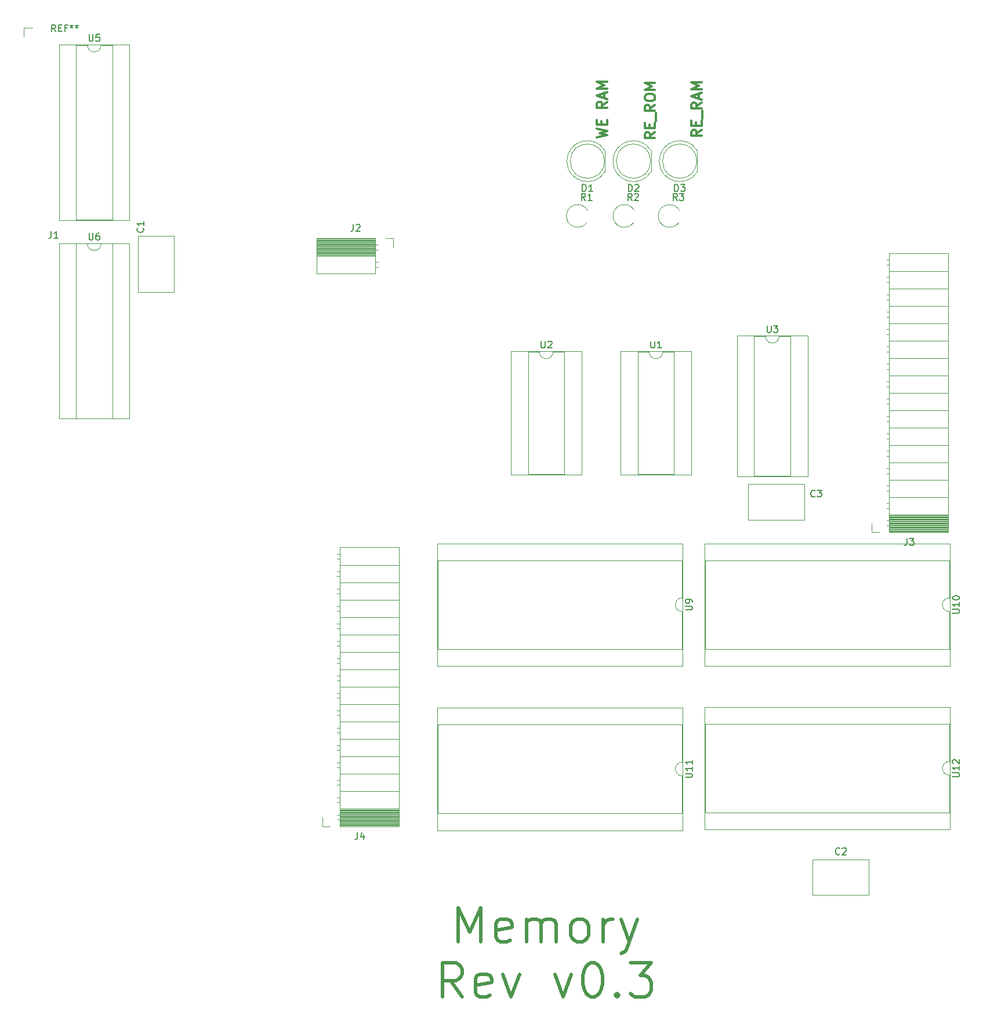
<source format=gbr>
%TF.GenerationSoftware,KiCad,Pcbnew,6.0.1-79c1e3a40b~116~ubuntu21.10.1*%
%TF.CreationDate,2022-02-14T17:54:15+01:00*%
%TF.ProjectId,memory,6d656d6f-7279-42e6-9b69-6361645f7063,v.3*%
%TF.SameCoordinates,Original*%
%TF.FileFunction,Legend,Top*%
%TF.FilePolarity,Positive*%
%FSLAX46Y46*%
G04 Gerber Fmt 4.6, Leading zero omitted, Abs format (unit mm)*
G04 Created by KiCad (PCBNEW 6.0.1-79c1e3a40b~116~ubuntu21.10.1) date 2022-02-14 17:54:15*
%MOMM*%
%LPD*%
G01*
G04 APERTURE LIST*
%ADD10C,0.500000*%
%ADD11C,0.300000*%
%ADD12C,0.150000*%
%ADD13C,0.120000*%
G04 APERTURE END LIST*
D10*
X87142857Y-152236904D02*
X87142857Y-147236904D01*
X88809523Y-150808333D01*
X90476190Y-147236904D01*
X90476190Y-152236904D01*
X94761904Y-151998809D02*
X94285714Y-152236904D01*
X93333333Y-152236904D01*
X92857142Y-151998809D01*
X92619047Y-151522619D01*
X92619047Y-149617857D01*
X92857142Y-149141666D01*
X93333333Y-148903571D01*
X94285714Y-148903571D01*
X94761904Y-149141666D01*
X95000000Y-149617857D01*
X95000000Y-150094047D01*
X92619047Y-150570238D01*
X97142857Y-152236904D02*
X97142857Y-148903571D01*
X97142857Y-149379761D02*
X97380952Y-149141666D01*
X97857142Y-148903571D01*
X98571428Y-148903571D01*
X99047619Y-149141666D01*
X99285714Y-149617857D01*
X99285714Y-152236904D01*
X99285714Y-149617857D02*
X99523809Y-149141666D01*
X100000000Y-148903571D01*
X100714285Y-148903571D01*
X101190476Y-149141666D01*
X101428571Y-149617857D01*
X101428571Y-152236904D01*
X104523809Y-152236904D02*
X104047619Y-151998809D01*
X103809523Y-151760714D01*
X103571428Y-151284523D01*
X103571428Y-149855952D01*
X103809523Y-149379761D01*
X104047619Y-149141666D01*
X104523809Y-148903571D01*
X105238095Y-148903571D01*
X105714285Y-149141666D01*
X105952380Y-149379761D01*
X106190476Y-149855952D01*
X106190476Y-151284523D01*
X105952380Y-151760714D01*
X105714285Y-151998809D01*
X105238095Y-152236904D01*
X104523809Y-152236904D01*
X108333333Y-152236904D02*
X108333333Y-148903571D01*
X108333333Y-149855952D02*
X108571428Y-149379761D01*
X108809523Y-149141666D01*
X109285714Y-148903571D01*
X109761904Y-148903571D01*
X110952380Y-148903571D02*
X112142857Y-152236904D01*
X113333333Y-148903571D02*
X112142857Y-152236904D01*
X111666666Y-153427380D01*
X111428571Y-153665476D01*
X110952380Y-153903571D01*
X87738095Y-160286904D02*
X86071428Y-157905952D01*
X84880952Y-160286904D02*
X84880952Y-155286904D01*
X86785714Y-155286904D01*
X87261904Y-155525000D01*
X87500000Y-155763095D01*
X87738095Y-156239285D01*
X87738095Y-156953571D01*
X87500000Y-157429761D01*
X87261904Y-157667857D01*
X86785714Y-157905952D01*
X84880952Y-157905952D01*
X91785714Y-160048809D02*
X91309523Y-160286904D01*
X90357142Y-160286904D01*
X89880952Y-160048809D01*
X89642857Y-159572619D01*
X89642857Y-157667857D01*
X89880952Y-157191666D01*
X90357142Y-156953571D01*
X91309523Y-156953571D01*
X91785714Y-157191666D01*
X92023809Y-157667857D01*
X92023809Y-158144047D01*
X89642857Y-158620238D01*
X93690476Y-156953571D02*
X94880952Y-160286904D01*
X96071428Y-156953571D01*
X101309523Y-156953571D02*
X102500000Y-160286904D01*
X103690476Y-156953571D01*
X106547619Y-155286904D02*
X107023809Y-155286904D01*
X107500000Y-155525000D01*
X107738095Y-155763095D01*
X107976190Y-156239285D01*
X108214285Y-157191666D01*
X108214285Y-158382142D01*
X107976190Y-159334523D01*
X107738095Y-159810714D01*
X107500000Y-160048809D01*
X107023809Y-160286904D01*
X106547619Y-160286904D01*
X106071428Y-160048809D01*
X105833333Y-159810714D01*
X105595238Y-159334523D01*
X105357142Y-158382142D01*
X105357142Y-157191666D01*
X105595238Y-156239285D01*
X105833333Y-155763095D01*
X106071428Y-155525000D01*
X106547619Y-155286904D01*
X110357142Y-159810714D02*
X110595238Y-160048809D01*
X110357142Y-160286904D01*
X110119047Y-160048809D01*
X110357142Y-159810714D01*
X110357142Y-160286904D01*
X112261904Y-155286904D02*
X115357142Y-155286904D01*
X113690476Y-157191666D01*
X114404761Y-157191666D01*
X114880952Y-157429761D01*
X115119047Y-157667857D01*
X115357142Y-158144047D01*
X115357142Y-159334523D01*
X115119047Y-159810714D01*
X114880952Y-160048809D01*
X114404761Y-160286904D01*
X112976190Y-160286904D01*
X112500000Y-160048809D01*
X112261904Y-159810714D01*
D11*
X115878571Y-33978571D02*
X115164285Y-34478571D01*
X115878571Y-34835714D02*
X114378571Y-34835714D01*
X114378571Y-34264285D01*
X114450000Y-34121428D01*
X114521428Y-34049999D01*
X114664285Y-33978571D01*
X114878571Y-33978571D01*
X115021428Y-34049999D01*
X115092857Y-34121428D01*
X115164285Y-34264285D01*
X115164285Y-34835714D01*
X115092857Y-33335714D02*
X115092857Y-32835714D01*
X115878571Y-32621428D02*
X115878571Y-33335714D01*
X114378571Y-33335714D01*
X114378571Y-32621428D01*
X116021428Y-32335714D02*
X116021428Y-31192857D01*
X115878571Y-29978571D02*
X115164285Y-30478571D01*
X115878571Y-30835714D02*
X114378571Y-30835714D01*
X114378571Y-30264285D01*
X114450000Y-30121428D01*
X114521428Y-30050000D01*
X114664285Y-29978571D01*
X114878571Y-29978571D01*
X115021428Y-30050000D01*
X115092857Y-30121428D01*
X115164285Y-30264285D01*
X115164285Y-30835714D01*
X114378571Y-29050000D02*
X114378571Y-28764285D01*
X114450000Y-28621428D01*
X114592857Y-28478571D01*
X114878571Y-28407142D01*
X115378571Y-28407142D01*
X115664285Y-28478571D01*
X115807142Y-28621428D01*
X115878571Y-28764285D01*
X115878571Y-29050000D01*
X115807142Y-29192857D01*
X115664285Y-29335714D01*
X115378571Y-29407142D01*
X114878571Y-29407142D01*
X114592857Y-29335714D01*
X114450000Y-29192857D01*
X114378571Y-29050000D01*
X115878571Y-27764285D02*
X114378571Y-27764285D01*
X115450000Y-27264285D01*
X114378571Y-26764285D01*
X115878571Y-26764285D01*
X122678571Y-33635714D02*
X121964285Y-34135714D01*
X122678571Y-34492857D02*
X121178571Y-34492857D01*
X121178571Y-33921428D01*
X121250000Y-33778571D01*
X121321428Y-33707142D01*
X121464285Y-33635714D01*
X121678571Y-33635714D01*
X121821428Y-33707142D01*
X121892857Y-33778571D01*
X121964285Y-33921428D01*
X121964285Y-34492857D01*
X121892857Y-32992857D02*
X121892857Y-32492857D01*
X122678571Y-32278571D02*
X122678571Y-32992857D01*
X121178571Y-32992857D01*
X121178571Y-32278571D01*
X122821428Y-31992857D02*
X122821428Y-30850000D01*
X122678571Y-29635714D02*
X121964285Y-30135714D01*
X122678571Y-30492857D02*
X121178571Y-30492857D01*
X121178571Y-29921428D01*
X121250000Y-29778571D01*
X121321428Y-29707142D01*
X121464285Y-29635714D01*
X121678571Y-29635714D01*
X121821428Y-29707142D01*
X121892857Y-29778571D01*
X121964285Y-29921428D01*
X121964285Y-30492857D01*
X122250000Y-29064285D02*
X122250000Y-28350000D01*
X122678571Y-29207142D02*
X121178571Y-28707142D01*
X122678571Y-28207142D01*
X122678571Y-27707142D02*
X121178571Y-27707142D01*
X122250000Y-27207142D01*
X121178571Y-26707142D01*
X122678571Y-26707142D01*
X107378571Y-34742857D02*
X108878571Y-34385714D01*
X107807142Y-34100000D01*
X108878571Y-33814285D01*
X107378571Y-33457142D01*
X108092857Y-32885714D02*
X108092857Y-32385714D01*
X108878571Y-32171428D02*
X108878571Y-32885714D01*
X107378571Y-32885714D01*
X107378571Y-32171428D01*
X108878571Y-29528571D02*
X108164285Y-30028571D01*
X108878571Y-30385714D02*
X107378571Y-30385714D01*
X107378571Y-29814285D01*
X107450000Y-29671428D01*
X107521428Y-29600000D01*
X107664285Y-29528571D01*
X107878571Y-29528571D01*
X108021428Y-29600000D01*
X108092857Y-29671428D01*
X108164285Y-29814285D01*
X108164285Y-30385714D01*
X108450000Y-28957142D02*
X108450000Y-28242857D01*
X108878571Y-29100000D02*
X107378571Y-28600000D01*
X108878571Y-28100000D01*
X108878571Y-27600000D02*
X107378571Y-27600000D01*
X108450000Y-27100000D01*
X107378571Y-26600000D01*
X108878571Y-26600000D01*
D12*
%TO.C,U9*%
X120307380Y-103756904D02*
X121116904Y-103756904D01*
X121212142Y-103709285D01*
X121259761Y-103661666D01*
X121307380Y-103566428D01*
X121307380Y-103375952D01*
X121259761Y-103280714D01*
X121212142Y-103233095D01*
X121116904Y-103185476D01*
X120307380Y-103185476D01*
X121307380Y-102661666D02*
X121307380Y-102471190D01*
X121259761Y-102375952D01*
X121212142Y-102328333D01*
X121069285Y-102233095D01*
X120878809Y-102185476D01*
X120497857Y-102185476D01*
X120402619Y-102233095D01*
X120355000Y-102280714D01*
X120307380Y-102375952D01*
X120307380Y-102566428D01*
X120355000Y-102661666D01*
X120402619Y-102709285D01*
X120497857Y-102756904D01*
X120735952Y-102756904D01*
X120831190Y-102709285D01*
X120878809Y-102661666D01*
X120926428Y-102566428D01*
X120926428Y-102375952D01*
X120878809Y-102280714D01*
X120831190Y-102233095D01*
X120735952Y-102185476D01*
%TO.C,U10*%
X159307380Y-104233095D02*
X160116904Y-104233095D01*
X160212142Y-104185476D01*
X160259761Y-104137857D01*
X160307380Y-104042619D01*
X160307380Y-103852142D01*
X160259761Y-103756904D01*
X160212142Y-103709285D01*
X160116904Y-103661666D01*
X159307380Y-103661666D01*
X160307380Y-102661666D02*
X160307380Y-103233095D01*
X160307380Y-102947380D02*
X159307380Y-102947380D01*
X159450238Y-103042619D01*
X159545476Y-103137857D01*
X159593095Y-103233095D01*
X159307380Y-102042619D02*
X159307380Y-101947380D01*
X159355000Y-101852142D01*
X159402619Y-101804523D01*
X159497857Y-101756904D01*
X159688333Y-101709285D01*
X159926428Y-101709285D01*
X160116904Y-101756904D01*
X160212142Y-101804523D01*
X160259761Y-101852142D01*
X160307380Y-101947380D01*
X160307380Y-102042619D01*
X160259761Y-102137857D01*
X160212142Y-102185476D01*
X160116904Y-102233095D01*
X159926428Y-102280714D01*
X159688333Y-102280714D01*
X159497857Y-102233095D01*
X159402619Y-102185476D01*
X159355000Y-102137857D01*
X159307380Y-102042619D01*
%TO.C,R2*%
X112503333Y-43932380D02*
X112170000Y-43456190D01*
X111931904Y-43932380D02*
X111931904Y-42932380D01*
X112312857Y-42932380D01*
X112408095Y-42980000D01*
X112455714Y-43027619D01*
X112503333Y-43122857D01*
X112503333Y-43265714D01*
X112455714Y-43360952D01*
X112408095Y-43408571D01*
X112312857Y-43456190D01*
X111931904Y-43456190D01*
X112884285Y-43027619D02*
X112931904Y-42980000D01*
X113027142Y-42932380D01*
X113265238Y-42932380D01*
X113360476Y-42980000D01*
X113408095Y-43027619D01*
X113455714Y-43122857D01*
X113455714Y-43218095D01*
X113408095Y-43360952D01*
X112836666Y-43932380D01*
X113455714Y-43932380D01*
%TO.C,U3*%
X132248095Y-62222380D02*
X132248095Y-63031904D01*
X132295714Y-63127142D01*
X132343333Y-63174761D01*
X132438571Y-63222380D01*
X132629047Y-63222380D01*
X132724285Y-63174761D01*
X132771904Y-63127142D01*
X132819523Y-63031904D01*
X132819523Y-62222380D01*
X133200476Y-62222380D02*
X133819523Y-62222380D01*
X133486190Y-62603333D01*
X133629047Y-62603333D01*
X133724285Y-62650952D01*
X133771904Y-62698571D01*
X133819523Y-62793809D01*
X133819523Y-63031904D01*
X133771904Y-63127142D01*
X133724285Y-63174761D01*
X133629047Y-63222380D01*
X133343333Y-63222380D01*
X133248095Y-63174761D01*
X133200476Y-63127142D01*
%TO.C,D1*%
X105266904Y-42612380D02*
X105266904Y-41612380D01*
X105505000Y-41612380D01*
X105647857Y-41660000D01*
X105743095Y-41755238D01*
X105790714Y-41850476D01*
X105838333Y-42040952D01*
X105838333Y-42183809D01*
X105790714Y-42374285D01*
X105743095Y-42469523D01*
X105647857Y-42564761D01*
X105505000Y-42612380D01*
X105266904Y-42612380D01*
X106790714Y-42612380D02*
X106219285Y-42612380D01*
X106505000Y-42612380D02*
X106505000Y-41612380D01*
X106409761Y-41755238D01*
X106314523Y-41850476D01*
X106219285Y-41898095D01*
%TO.C,R1*%
X105703333Y-43932380D02*
X105370000Y-43456190D01*
X105131904Y-43932380D02*
X105131904Y-42932380D01*
X105512857Y-42932380D01*
X105608095Y-42980000D01*
X105655714Y-43027619D01*
X105703333Y-43122857D01*
X105703333Y-43265714D01*
X105655714Y-43360952D01*
X105608095Y-43408571D01*
X105512857Y-43456190D01*
X105131904Y-43456190D01*
X106655714Y-43932380D02*
X106084285Y-43932380D01*
X106370000Y-43932380D02*
X106370000Y-42932380D01*
X106274761Y-43075238D01*
X106179523Y-43170476D01*
X106084285Y-43218095D01*
%TO.C,D3*%
X118741904Y-42612380D02*
X118741904Y-41612380D01*
X118980000Y-41612380D01*
X119122857Y-41660000D01*
X119218095Y-41755238D01*
X119265714Y-41850476D01*
X119313333Y-42040952D01*
X119313333Y-42183809D01*
X119265714Y-42374285D01*
X119218095Y-42469523D01*
X119122857Y-42564761D01*
X118980000Y-42612380D01*
X118741904Y-42612380D01*
X119646666Y-41612380D02*
X120265714Y-41612380D01*
X119932380Y-41993333D01*
X120075238Y-41993333D01*
X120170476Y-42040952D01*
X120218095Y-42088571D01*
X120265714Y-42183809D01*
X120265714Y-42421904D01*
X120218095Y-42517142D01*
X120170476Y-42564761D01*
X120075238Y-42612380D01*
X119789523Y-42612380D01*
X119694285Y-42564761D01*
X119646666Y-42517142D01*
%TO.C,J4*%
X72446666Y-136272380D02*
X72446666Y-136986666D01*
X72399047Y-137129523D01*
X72303809Y-137224761D01*
X72160952Y-137272380D01*
X72065714Y-137272380D01*
X73351428Y-136605714D02*
X73351428Y-137272380D01*
X73113333Y-136224761D02*
X72875238Y-136939047D01*
X73494285Y-136939047D01*
%TO.C,R3*%
X119103333Y-43932380D02*
X118770000Y-43456190D01*
X118531904Y-43932380D02*
X118531904Y-42932380D01*
X118912857Y-42932380D01*
X119008095Y-42980000D01*
X119055714Y-43027619D01*
X119103333Y-43122857D01*
X119103333Y-43265714D01*
X119055714Y-43360952D01*
X119008095Y-43408571D01*
X118912857Y-43456190D01*
X118531904Y-43456190D01*
X119436666Y-42932380D02*
X120055714Y-42932380D01*
X119722380Y-43313333D01*
X119865238Y-43313333D01*
X119960476Y-43360952D01*
X120008095Y-43408571D01*
X120055714Y-43503809D01*
X120055714Y-43741904D01*
X120008095Y-43837142D01*
X119960476Y-43884761D01*
X119865238Y-43932380D01*
X119579523Y-43932380D01*
X119484285Y-43884761D01*
X119436666Y-43837142D01*
%TO.C,D2*%
X111991904Y-42612380D02*
X111991904Y-41612380D01*
X112230000Y-41612380D01*
X112372857Y-41660000D01*
X112468095Y-41755238D01*
X112515714Y-41850476D01*
X112563333Y-42040952D01*
X112563333Y-42183809D01*
X112515714Y-42374285D01*
X112468095Y-42469523D01*
X112372857Y-42564761D01*
X112230000Y-42612380D01*
X111991904Y-42612380D01*
X112944285Y-41707619D02*
X112991904Y-41660000D01*
X113087142Y-41612380D01*
X113325238Y-41612380D01*
X113420476Y-41660000D01*
X113468095Y-41707619D01*
X113515714Y-41802857D01*
X113515714Y-41898095D01*
X113468095Y-42040952D01*
X112896666Y-42612380D01*
X113515714Y-42612380D01*
%TO.C,C1*%
X41157142Y-47966666D02*
X41204761Y-48014285D01*
X41252380Y-48157142D01*
X41252380Y-48252380D01*
X41204761Y-48395238D01*
X41109523Y-48490476D01*
X41014285Y-48538095D01*
X40823809Y-48585714D01*
X40680952Y-48585714D01*
X40490476Y-48538095D01*
X40395238Y-48490476D01*
X40300000Y-48395238D01*
X40252380Y-48252380D01*
X40252380Y-48157142D01*
X40300000Y-48014285D01*
X40347619Y-47966666D01*
X41252380Y-47014285D02*
X41252380Y-47585714D01*
X41252380Y-47300000D02*
X40252380Y-47300000D01*
X40395238Y-47395238D01*
X40490476Y-47490476D01*
X40538095Y-47585714D01*
%TO.C,J3*%
X152666666Y-93312380D02*
X152666666Y-94026666D01*
X152619047Y-94169523D01*
X152523809Y-94264761D01*
X152380952Y-94312380D01*
X152285714Y-94312380D01*
X153047619Y-93312380D02*
X153666666Y-93312380D01*
X153333333Y-93693333D01*
X153476190Y-93693333D01*
X153571428Y-93740952D01*
X153619047Y-93788571D01*
X153666666Y-93883809D01*
X153666666Y-94121904D01*
X153619047Y-94217142D01*
X153571428Y-94264761D01*
X153476190Y-94312380D01*
X153190476Y-94312380D01*
X153095238Y-94264761D01*
X153047619Y-94217142D01*
%TO.C,U2*%
X99248095Y-64497380D02*
X99248095Y-65306904D01*
X99295714Y-65402142D01*
X99343333Y-65449761D01*
X99438571Y-65497380D01*
X99629047Y-65497380D01*
X99724285Y-65449761D01*
X99771904Y-65402142D01*
X99819523Y-65306904D01*
X99819523Y-64497380D01*
X100248095Y-64592619D02*
X100295714Y-64545000D01*
X100390952Y-64497380D01*
X100629047Y-64497380D01*
X100724285Y-64545000D01*
X100771904Y-64592619D01*
X100819523Y-64687857D01*
X100819523Y-64783095D01*
X100771904Y-64925952D01*
X100200476Y-65497380D01*
X100819523Y-65497380D01*
%TO.C,U12*%
X159307380Y-128133095D02*
X160116904Y-128133095D01*
X160212142Y-128085476D01*
X160259761Y-128037857D01*
X160307380Y-127942619D01*
X160307380Y-127752142D01*
X160259761Y-127656904D01*
X160212142Y-127609285D01*
X160116904Y-127561666D01*
X159307380Y-127561666D01*
X160307380Y-126561666D02*
X160307380Y-127133095D01*
X160307380Y-126847380D02*
X159307380Y-126847380D01*
X159450238Y-126942619D01*
X159545476Y-127037857D01*
X159593095Y-127133095D01*
X159402619Y-126180714D02*
X159355000Y-126133095D01*
X159307380Y-126037857D01*
X159307380Y-125799761D01*
X159355000Y-125704523D01*
X159402619Y-125656904D01*
X159497857Y-125609285D01*
X159593095Y-125609285D01*
X159735952Y-125656904D01*
X160307380Y-126228333D01*
X160307380Y-125609285D01*
%TO.C,J2*%
X71816666Y-47452380D02*
X71816666Y-48166666D01*
X71769047Y-48309523D01*
X71673809Y-48404761D01*
X71530952Y-48452380D01*
X71435714Y-48452380D01*
X72245238Y-47547619D02*
X72292857Y-47500000D01*
X72388095Y-47452380D01*
X72626190Y-47452380D01*
X72721428Y-47500000D01*
X72769047Y-47547619D01*
X72816666Y-47642857D01*
X72816666Y-47738095D01*
X72769047Y-47880952D01*
X72197619Y-48452380D01*
X72816666Y-48452380D01*
%TO.C,C2*%
X142833333Y-139407142D02*
X142785714Y-139454761D01*
X142642857Y-139502380D01*
X142547619Y-139502380D01*
X142404761Y-139454761D01*
X142309523Y-139359523D01*
X142261904Y-139264285D01*
X142214285Y-139073809D01*
X142214285Y-138930952D01*
X142261904Y-138740476D01*
X142309523Y-138645238D01*
X142404761Y-138550000D01*
X142547619Y-138502380D01*
X142642857Y-138502380D01*
X142785714Y-138550000D01*
X142833333Y-138597619D01*
X143214285Y-138597619D02*
X143261904Y-138550000D01*
X143357142Y-138502380D01*
X143595238Y-138502380D01*
X143690476Y-138550000D01*
X143738095Y-138597619D01*
X143785714Y-138692857D01*
X143785714Y-138788095D01*
X143738095Y-138930952D01*
X143166666Y-139502380D01*
X143785714Y-139502380D01*
%TO.C,C3*%
X139233333Y-87157142D02*
X139185714Y-87204761D01*
X139042857Y-87252380D01*
X138947619Y-87252380D01*
X138804761Y-87204761D01*
X138709523Y-87109523D01*
X138661904Y-87014285D01*
X138614285Y-86823809D01*
X138614285Y-86680952D01*
X138661904Y-86490476D01*
X138709523Y-86395238D01*
X138804761Y-86300000D01*
X138947619Y-86252380D01*
X139042857Y-86252380D01*
X139185714Y-86300000D01*
X139233333Y-86347619D01*
X139566666Y-86252380D02*
X140185714Y-86252380D01*
X139852380Y-86633333D01*
X139995238Y-86633333D01*
X140090476Y-86680952D01*
X140138095Y-86728571D01*
X140185714Y-86823809D01*
X140185714Y-87061904D01*
X140138095Y-87157142D01*
X140090476Y-87204761D01*
X139995238Y-87252380D01*
X139709523Y-87252380D01*
X139614285Y-87204761D01*
X139566666Y-87157142D01*
%TO.C,J1*%
X27726666Y-48442380D02*
X27726666Y-49156666D01*
X27679047Y-49299523D01*
X27583809Y-49394761D01*
X27440952Y-49442380D01*
X27345714Y-49442380D01*
X28726666Y-49442380D02*
X28155238Y-49442380D01*
X28440952Y-49442380D02*
X28440952Y-48442380D01*
X28345714Y-48585238D01*
X28250476Y-48680476D01*
X28155238Y-48728095D01*
X28366666Y-19262380D02*
X28033333Y-18786190D01*
X27795238Y-19262380D02*
X27795238Y-18262380D01*
X28176190Y-18262380D01*
X28271428Y-18310000D01*
X28319047Y-18357619D01*
X28366666Y-18452857D01*
X28366666Y-18595714D01*
X28319047Y-18690952D01*
X28271428Y-18738571D01*
X28176190Y-18786190D01*
X27795238Y-18786190D01*
X28795238Y-18738571D02*
X29128571Y-18738571D01*
X29271428Y-19262380D02*
X28795238Y-19262380D01*
X28795238Y-18262380D01*
X29271428Y-18262380D01*
X30033333Y-18738571D02*
X29700000Y-18738571D01*
X29700000Y-19262380D02*
X29700000Y-18262380D01*
X30176190Y-18262380D01*
X30700000Y-18262380D02*
X30700000Y-18500476D01*
X30461904Y-18405238D02*
X30700000Y-18500476D01*
X30938095Y-18405238D01*
X30557142Y-18690952D02*
X30700000Y-18500476D01*
X30842857Y-18690952D01*
X31461904Y-18262380D02*
X31461904Y-18500476D01*
X31223809Y-18405238D02*
X31461904Y-18500476D01*
X31700000Y-18405238D01*
X31319047Y-18690952D02*
X31461904Y-18500476D01*
X31604761Y-18690952D01*
%TO.C,U1*%
X115248095Y-64497380D02*
X115248095Y-65306904D01*
X115295714Y-65402142D01*
X115343333Y-65449761D01*
X115438571Y-65497380D01*
X115629047Y-65497380D01*
X115724285Y-65449761D01*
X115771904Y-65402142D01*
X115819523Y-65306904D01*
X115819523Y-64497380D01*
X116819523Y-65497380D02*
X116248095Y-65497380D01*
X116533809Y-65497380D02*
X116533809Y-64497380D01*
X116438571Y-64640238D01*
X116343333Y-64735476D01*
X116248095Y-64783095D01*
%TO.C,U11*%
X120307380Y-128233095D02*
X121116904Y-128233095D01*
X121212142Y-128185476D01*
X121259761Y-128137857D01*
X121307380Y-128042619D01*
X121307380Y-127852142D01*
X121259761Y-127756904D01*
X121212142Y-127709285D01*
X121116904Y-127661666D01*
X120307380Y-127661666D01*
X121307380Y-126661666D02*
X121307380Y-127233095D01*
X121307380Y-126947380D02*
X120307380Y-126947380D01*
X120450238Y-127042619D01*
X120545476Y-127137857D01*
X120593095Y-127233095D01*
X121307380Y-125709285D02*
X121307380Y-126280714D01*
X121307380Y-125995000D02*
X120307380Y-125995000D01*
X120450238Y-126090238D01*
X120545476Y-126185476D01*
X120593095Y-126280714D01*
%TO.C,U5*%
X33248095Y-19682380D02*
X33248095Y-20491904D01*
X33295714Y-20587142D01*
X33343333Y-20634761D01*
X33438571Y-20682380D01*
X33629047Y-20682380D01*
X33724285Y-20634761D01*
X33771904Y-20587142D01*
X33819523Y-20491904D01*
X33819523Y-19682380D01*
X34771904Y-19682380D02*
X34295714Y-19682380D01*
X34248095Y-20158571D01*
X34295714Y-20110952D01*
X34390952Y-20063333D01*
X34629047Y-20063333D01*
X34724285Y-20110952D01*
X34771904Y-20158571D01*
X34819523Y-20253809D01*
X34819523Y-20491904D01*
X34771904Y-20587142D01*
X34724285Y-20634761D01*
X34629047Y-20682380D01*
X34390952Y-20682380D01*
X34295714Y-20634761D01*
X34248095Y-20587142D01*
%TO.C,U6*%
X33248095Y-48697380D02*
X33248095Y-49506904D01*
X33295714Y-49602142D01*
X33343333Y-49649761D01*
X33438571Y-49697380D01*
X33629047Y-49697380D01*
X33724285Y-49649761D01*
X33771904Y-49602142D01*
X33819523Y-49506904D01*
X33819523Y-48697380D01*
X34724285Y-48697380D02*
X34533809Y-48697380D01*
X34438571Y-48745000D01*
X34390952Y-48792619D01*
X34295714Y-48935476D01*
X34248095Y-49125952D01*
X34248095Y-49506904D01*
X34295714Y-49602142D01*
X34343333Y-49649761D01*
X34438571Y-49697380D01*
X34629047Y-49697380D01*
X34724285Y-49649761D01*
X34771904Y-49602142D01*
X34819523Y-49506904D01*
X34819523Y-49268809D01*
X34771904Y-49173571D01*
X34724285Y-49125952D01*
X34629047Y-49078333D01*
X34438571Y-49078333D01*
X34343333Y-49125952D01*
X34295714Y-49173571D01*
X34248095Y-49268809D01*
D13*
%TO.C,U9*%
X119915000Y-94045000D02*
X84115000Y-94045000D01*
X119855000Y-96535000D02*
X84175000Y-96535000D01*
X119855000Y-101995000D02*
X119855000Y-96535000D01*
X84115000Y-111945000D02*
X119915000Y-111945000D01*
X84175000Y-109455000D02*
X119855000Y-109455000D01*
X119855000Y-109455000D02*
X119855000Y-103995000D01*
X119915000Y-111945000D02*
X119915000Y-94045000D01*
X84175000Y-96535000D02*
X84175000Y-109455000D01*
X84115000Y-94045000D02*
X84115000Y-111945000D01*
X119855000Y-101995000D02*
G75*
G03*
X119855000Y-103995000I0J-1000000D01*
G01*
%TO.C,U10*%
X158855000Y-96535000D02*
X123175000Y-96535000D01*
X158855000Y-109455000D02*
X158855000Y-103995000D01*
X158915000Y-94045000D02*
X123115000Y-94045000D01*
X158915000Y-111945000D02*
X158915000Y-94045000D01*
X123115000Y-94045000D02*
X123115000Y-111945000D01*
X123175000Y-109455000D02*
X158855000Y-109455000D01*
X158855000Y-101995000D02*
X158855000Y-96535000D01*
X123175000Y-96535000D02*
X123175000Y-109455000D01*
X123115000Y-111945000D02*
X158915000Y-111945000D01*
X158855000Y-101995000D02*
G75*
G03*
X158855000Y-103995000I0J-1000000D01*
G01*
%TO.C,R2*%
X112853272Y-45400000D02*
G75*
G03*
X112744775Y-47171380I-1453272J-800000D01*
G01*
%TO.C,U3*%
X130360000Y-84210000D02*
X135660000Y-84210000D01*
X138150000Y-63710000D02*
X127870000Y-63710000D01*
X135660000Y-63770000D02*
X134010000Y-63770000D01*
X132010000Y-63770000D02*
X130360000Y-63770000D01*
X135660000Y-84210000D02*
X135660000Y-63770000D01*
X138150000Y-84270000D02*
X138150000Y-63710000D01*
X130360000Y-63770000D02*
X130360000Y-84210000D01*
X127870000Y-84270000D02*
X138150000Y-84270000D01*
X127870000Y-63710000D02*
X127870000Y-84270000D01*
X132010000Y-63770000D02*
G75*
G03*
X134010000Y-63770000I1000000J0D01*
G01*
%TO.C,D1*%
X108565000Y-39745000D02*
X108565000Y-36655000D01*
X108565000Y-36655170D02*
G75*
G03*
X103015000Y-38200462I-2560000J-1544830D01*
G01*
X103015000Y-38199538D02*
G75*
G03*
X108565000Y-39744830I2990000J-462D01*
G01*
X108505000Y-38200000D02*
G75*
G03*
X108505000Y-38200000I-2500000J0D01*
G01*
%TO.C,R1*%
X106053272Y-45400000D02*
G75*
G03*
X105944775Y-47171380I-1453272J-800000D01*
G01*
%TO.C,D3*%
X122040000Y-39745000D02*
X122040000Y-36655000D01*
X122040000Y-36655170D02*
G75*
G03*
X116490000Y-38200462I-2560000J-1544830D01*
G01*
X116490000Y-38199538D02*
G75*
G03*
X122040000Y-39744830I2990000J-462D01*
G01*
X121980000Y-38200000D02*
G75*
G03*
X121980000Y-38200000I-2500000J0D01*
G01*
%TO.C,J4*%
X78490000Y-127700000D02*
X69860000Y-127700000D01*
X78490000Y-133606670D02*
X69860000Y-133606670D01*
X78490000Y-134905715D02*
X69860000Y-134905715D01*
X78490000Y-135141905D02*
X69860000Y-135141905D01*
X69860000Y-106470000D02*
X69450000Y-106470000D01*
X78490000Y-132898100D02*
X69860000Y-132898100D01*
X78490000Y-135023810D02*
X69860000Y-135023810D01*
X69860000Y-115910000D02*
X69450000Y-115910000D01*
X78490000Y-134669525D02*
X69860000Y-134669525D01*
X69860000Y-131870000D02*
X69450000Y-131870000D01*
X69860000Y-134410000D02*
X69510000Y-134410000D01*
X69860000Y-108290000D02*
X69450000Y-108290000D01*
X69860000Y-128610000D02*
X69450000Y-128610000D01*
X78490000Y-109920000D02*
X69860000Y-109920000D01*
X69860000Y-126790000D02*
X69450000Y-126790000D01*
X69860000Y-113370000D02*
X69450000Y-113370000D01*
X78490000Y-133016195D02*
X69860000Y-133016195D01*
X69860000Y-131150000D02*
X69450000Y-131150000D01*
X78490000Y-94620000D02*
X69860000Y-94620000D01*
X69860000Y-135380000D02*
X69860000Y-94620000D01*
X78490000Y-99760000D02*
X69860000Y-99760000D01*
X69860000Y-100670000D02*
X69450000Y-100670000D01*
X69860000Y-118450000D02*
X69450000Y-118450000D01*
X69860000Y-121710000D02*
X69450000Y-121710000D01*
X78490000Y-104840000D02*
X69860000Y-104840000D01*
X69860000Y-119170000D02*
X69450000Y-119170000D01*
X69860000Y-116630000D02*
X69450000Y-116630000D01*
X69860000Y-103210000D02*
X69450000Y-103210000D01*
X69860000Y-110830000D02*
X69450000Y-110830000D01*
X69860000Y-98130000D02*
X69450000Y-98130000D01*
X69860000Y-98850000D02*
X69450000Y-98850000D01*
X67290000Y-135380000D02*
X67290000Y-134050000D01*
X78490000Y-132780000D02*
X69860000Y-132780000D01*
X69860000Y-133690000D02*
X69510000Y-133690000D01*
X69860000Y-129330000D02*
X69450000Y-129330000D01*
X69860000Y-111550000D02*
X69450000Y-111550000D01*
X69860000Y-126070000D02*
X69450000Y-126070000D01*
X78490000Y-134079050D02*
X69860000Y-134079050D01*
X68400000Y-135380000D02*
X67290000Y-135380000D01*
X69860000Y-105750000D02*
X69450000Y-105750000D01*
X78490000Y-135380000D02*
X69860000Y-135380000D01*
X78490000Y-117540000D02*
X69860000Y-117540000D01*
X69860000Y-103930000D02*
X69450000Y-103930000D01*
X78490000Y-133842860D02*
X69860000Y-133842860D01*
X69860000Y-109010000D02*
X69450000Y-109010000D01*
X78490000Y-130240000D02*
X69860000Y-130240000D01*
X78490000Y-125160000D02*
X69860000Y-125160000D01*
X78490000Y-134197145D02*
X69860000Y-134197145D01*
X78490000Y-102300000D02*
X69860000Y-102300000D01*
X78490000Y-135260000D02*
X69860000Y-135260000D01*
X78490000Y-133252385D02*
X69860000Y-133252385D01*
X69860000Y-101390000D02*
X69450000Y-101390000D01*
X78490000Y-120080000D02*
X69860000Y-120080000D01*
X78490000Y-135380000D02*
X78490000Y-94620000D01*
X78490000Y-134315240D02*
X69860000Y-134315240D01*
X69860000Y-123530000D02*
X69450000Y-123530000D01*
X78490000Y-134433335D02*
X69860000Y-134433335D01*
X69860000Y-124250000D02*
X69450000Y-124250000D01*
X69860000Y-120990000D02*
X69450000Y-120990000D01*
X78490000Y-115000000D02*
X69860000Y-115000000D01*
X78490000Y-133724765D02*
X69860000Y-133724765D01*
X78490000Y-122620000D02*
X69860000Y-122620000D01*
X69860000Y-114090000D02*
X69450000Y-114090000D01*
X78490000Y-133960955D02*
X69860000Y-133960955D01*
X78490000Y-134787620D02*
X69860000Y-134787620D01*
X78490000Y-97220000D02*
X69860000Y-97220000D01*
X78490000Y-133370480D02*
X69860000Y-133370480D01*
X69860000Y-96310000D02*
X69450000Y-96310000D01*
X78490000Y-133134290D02*
X69860000Y-133134290D01*
X78490000Y-133488575D02*
X69860000Y-133488575D01*
X78490000Y-134551430D02*
X69860000Y-134551430D01*
X78490000Y-107380000D02*
X69860000Y-107380000D01*
X69860000Y-95590000D02*
X69450000Y-95590000D01*
X78490000Y-112460000D02*
X69860000Y-112460000D01*
%TO.C,R3*%
X119453272Y-45400000D02*
G75*
G03*
X119344775Y-47171380I-1453272J-800000D01*
G01*
%TO.C,D2*%
X115290000Y-39745000D02*
X115290000Y-36655000D01*
X109740000Y-38199538D02*
G75*
G03*
X115290000Y-39744830I2990000J-462D01*
G01*
X115290000Y-36655170D02*
G75*
G03*
X109740000Y-38200462I-2560000J-1544830D01*
G01*
X115230000Y-38200000D02*
G75*
G03*
X115230000Y-38200000I-2500000J0D01*
G01*
%TO.C,C1*%
X40380000Y-57320000D02*
X45620000Y-57320000D01*
X40380000Y-57320000D02*
X40380000Y-49080000D01*
X45620000Y-57320000D02*
X45620000Y-49080000D01*
X40380000Y-49080000D02*
X45620000Y-49080000D01*
%TO.C,J3*%
X150080000Y-57710000D02*
X149670000Y-57710000D01*
X150080000Y-66050000D02*
X149670000Y-66050000D01*
X150080000Y-68590000D02*
X149670000Y-68590000D01*
X150080000Y-78030000D02*
X149670000Y-78030000D01*
X158710000Y-61880000D02*
X150080000Y-61880000D01*
X150080000Y-55170000D02*
X149670000Y-55170000D01*
X150080000Y-78750000D02*
X149670000Y-78750000D01*
X150080000Y-65330000D02*
X149670000Y-65330000D01*
X150080000Y-85650000D02*
X149670000Y-85650000D01*
X150080000Y-76210000D02*
X149670000Y-76210000D01*
X150080000Y-88190000D02*
X149670000Y-88190000D01*
X150080000Y-88910000D02*
X149670000Y-88910000D01*
X158710000Y-89938100D02*
X150080000Y-89938100D01*
X150080000Y-70410000D02*
X149670000Y-70410000D01*
X150080000Y-72950000D02*
X149670000Y-72950000D01*
X158710000Y-91000955D02*
X150080000Y-91000955D01*
X158710000Y-56800000D02*
X150080000Y-56800000D01*
X158710000Y-91355240D02*
X150080000Y-91355240D01*
X150080000Y-91450000D02*
X149730000Y-91450000D01*
X150080000Y-52630000D02*
X149670000Y-52630000D01*
X158710000Y-91945715D02*
X150080000Y-91945715D01*
X158710000Y-90292385D02*
X150080000Y-90292385D01*
X150080000Y-71130000D02*
X149670000Y-71130000D01*
X158710000Y-91591430D02*
X150080000Y-91591430D01*
X150080000Y-86370000D02*
X149670000Y-86370000D01*
X158710000Y-72040000D02*
X150080000Y-72040000D01*
X158710000Y-74580000D02*
X150080000Y-74580000D01*
X158710000Y-91709525D02*
X150080000Y-91709525D01*
X158710000Y-90056195D02*
X150080000Y-90056195D01*
X158710000Y-91473335D02*
X150080000Y-91473335D01*
X150080000Y-83110000D02*
X149670000Y-83110000D01*
X158710000Y-54260000D02*
X150080000Y-54260000D01*
X158710000Y-92181905D02*
X150080000Y-92181905D01*
X158710000Y-92300000D02*
X150080000Y-92300000D01*
X158710000Y-90646670D02*
X150080000Y-90646670D01*
X158710000Y-92420000D02*
X150080000Y-92420000D01*
X158710000Y-59340000D02*
X150080000Y-59340000D01*
X158710000Y-84740000D02*
X150080000Y-84740000D01*
X158710000Y-82200000D02*
X150080000Y-82200000D01*
X150080000Y-55890000D02*
X149670000Y-55890000D01*
X150080000Y-80570000D02*
X149670000Y-80570000D01*
X150080000Y-73670000D02*
X149670000Y-73670000D01*
X158710000Y-89820000D02*
X150080000Y-89820000D01*
X150080000Y-60250000D02*
X149670000Y-60250000D01*
X158710000Y-87280000D02*
X150080000Y-87280000D01*
X150080000Y-53350000D02*
X149670000Y-53350000D01*
X147510000Y-92420000D02*
X147510000Y-91090000D01*
X158710000Y-92420000D02*
X158710000Y-51660000D01*
X150080000Y-62790000D02*
X149670000Y-62790000D01*
X150080000Y-63510000D02*
X149670000Y-63510000D01*
X158710000Y-90410480D02*
X150080000Y-90410480D01*
X158710000Y-90174290D02*
X150080000Y-90174290D01*
X150080000Y-75490000D02*
X149670000Y-75490000D01*
X150080000Y-92420000D02*
X150080000Y-51660000D01*
X150080000Y-58430000D02*
X149670000Y-58430000D01*
X148620000Y-92420000D02*
X147510000Y-92420000D01*
X150080000Y-81290000D02*
X149670000Y-81290000D01*
X150080000Y-90730000D02*
X149730000Y-90730000D01*
X158710000Y-92063810D02*
X150080000Y-92063810D01*
X158710000Y-69500000D02*
X150080000Y-69500000D01*
X158710000Y-79660000D02*
X150080000Y-79660000D01*
X158710000Y-91237145D02*
X150080000Y-91237145D01*
X158710000Y-90528575D02*
X150080000Y-90528575D01*
X158710000Y-91827620D02*
X150080000Y-91827620D01*
X150080000Y-60970000D02*
X149670000Y-60970000D01*
X158710000Y-90882860D02*
X150080000Y-90882860D01*
X150080000Y-67870000D02*
X149670000Y-67870000D01*
X158710000Y-77120000D02*
X150080000Y-77120000D01*
X158710000Y-51660000D02*
X150080000Y-51660000D01*
X158710000Y-90764765D02*
X150080000Y-90764765D01*
X150080000Y-83830000D02*
X149670000Y-83830000D01*
X158710000Y-64420000D02*
X150080000Y-64420000D01*
X158710000Y-91119050D02*
X150080000Y-91119050D01*
X158710000Y-66960000D02*
X150080000Y-66960000D01*
%TO.C,U2*%
X94870000Y-84005000D02*
X105150000Y-84005000D01*
X102660000Y-83945000D02*
X102660000Y-66045000D01*
X99010000Y-66045000D02*
X97360000Y-66045000D01*
X97360000Y-83945000D02*
X102660000Y-83945000D01*
X105150000Y-65985000D02*
X94870000Y-65985000D01*
X102660000Y-66045000D02*
X101010000Y-66045000D01*
X94870000Y-65985000D02*
X94870000Y-84005000D01*
X97360000Y-66045000D02*
X97360000Y-83945000D01*
X105150000Y-84005000D02*
X105150000Y-65985000D01*
X99010000Y-66045000D02*
G75*
G03*
X101010000Y-66045000I1000000J0D01*
G01*
%TO.C,U12*%
X158855000Y-133355000D02*
X158855000Y-127895000D01*
X123175000Y-133355000D02*
X158855000Y-133355000D01*
X123115000Y-117945000D02*
X123115000Y-135845000D01*
X158915000Y-135845000D02*
X158915000Y-117945000D01*
X158855000Y-120435000D02*
X123175000Y-120435000D01*
X123115000Y-135845000D02*
X158915000Y-135845000D01*
X158855000Y-125895000D02*
X158855000Y-120435000D01*
X123175000Y-120435000D02*
X123175000Y-133355000D01*
X158915000Y-117945000D02*
X123115000Y-117945000D01*
X158855000Y-125895000D02*
G75*
G03*
X158855000Y-127895000I0J-1000000D01*
G01*
%TO.C,J2*%
X66440000Y-49440000D02*
X66440000Y-54640000D01*
X66440000Y-51095235D02*
X75070000Y-51095235D01*
X66440000Y-51685710D02*
X75070000Y-51685710D01*
X75070000Y-51130000D02*
X75420000Y-51130000D01*
X66440000Y-51449520D02*
X75070000Y-51449520D01*
X66440000Y-50977140D02*
X75070000Y-50977140D01*
X66440000Y-49440000D02*
X75070000Y-49440000D01*
X66440000Y-49796190D02*
X75070000Y-49796190D01*
X77640000Y-49440000D02*
X77640000Y-50770000D01*
X75070000Y-52950000D02*
X75480000Y-52950000D01*
X66440000Y-50740950D02*
X75070000Y-50740950D01*
X66440000Y-50032380D02*
X75070000Y-50032380D01*
X66440000Y-50268570D02*
X75070000Y-50268570D01*
X66440000Y-51803805D02*
X75070000Y-51803805D01*
X66440000Y-51921900D02*
X75070000Y-51921900D01*
X76530000Y-49440000D02*
X77640000Y-49440000D01*
X66440000Y-51567615D02*
X75070000Y-51567615D01*
X66440000Y-52040000D02*
X75070000Y-52040000D01*
X66440000Y-50622855D02*
X75070000Y-50622855D01*
X66440000Y-51331425D02*
X75070000Y-51331425D01*
X66440000Y-49678095D02*
X75070000Y-49678095D01*
X66440000Y-49560000D02*
X75070000Y-49560000D01*
X66440000Y-50504760D02*
X75070000Y-50504760D01*
X75070000Y-53670000D02*
X75480000Y-53670000D01*
X66440000Y-50150475D02*
X75070000Y-50150475D01*
X75070000Y-49440000D02*
X75070000Y-54640000D01*
X66440000Y-50859045D02*
X75070000Y-50859045D01*
X66440000Y-51213330D02*
X75070000Y-51213330D01*
X66440000Y-49914285D02*
X75070000Y-49914285D01*
X75070000Y-50410000D02*
X75420000Y-50410000D01*
X66440000Y-54640000D02*
X75070000Y-54640000D01*
X66440000Y-50386665D02*
X75070000Y-50386665D01*
%TO.C,C2*%
X147120000Y-140180000D02*
X147120000Y-145420000D01*
X138880000Y-140180000D02*
X147120000Y-140180000D01*
X138880000Y-145420000D02*
X147120000Y-145420000D01*
X138880000Y-140180000D02*
X138880000Y-145420000D01*
%TO.C,C3*%
X129480000Y-90620000D02*
X137720000Y-90620000D01*
X129480000Y-85380000D02*
X129480000Y-90620000D01*
X129480000Y-85380000D02*
X137720000Y-85380000D01*
X137720000Y-85380000D02*
X137720000Y-90620000D01*
%TO.C,J1*%
X23730000Y-20000000D02*
X23730000Y-18730000D01*
X23730000Y-18730000D02*
X25000000Y-18730000D01*
%TO.C,U1*%
X118660000Y-83945000D02*
X118660000Y-66045000D01*
X118660000Y-66045000D02*
X117010000Y-66045000D01*
X115010000Y-66045000D02*
X113360000Y-66045000D01*
X121150000Y-84005000D02*
X121150000Y-65985000D01*
X121150000Y-65985000D02*
X110870000Y-65985000D01*
X110870000Y-84005000D02*
X121150000Y-84005000D01*
X113360000Y-66045000D02*
X113360000Y-83945000D01*
X113360000Y-83945000D02*
X118660000Y-83945000D01*
X110870000Y-65985000D02*
X110870000Y-84005000D01*
X115010000Y-66045000D02*
G75*
G03*
X117010000Y-66045000I1000000J0D01*
G01*
%TO.C,U11*%
X119915000Y-135945000D02*
X119915000Y-118045000D01*
X84115000Y-135945000D02*
X119915000Y-135945000D01*
X119915000Y-118045000D02*
X84115000Y-118045000D01*
X84175000Y-133455000D02*
X119855000Y-133455000D01*
X84175000Y-120535000D02*
X84175000Y-133455000D01*
X84115000Y-118045000D02*
X84115000Y-135945000D01*
X119855000Y-133455000D02*
X119855000Y-127995000D01*
X119855000Y-125995000D02*
X119855000Y-120535000D01*
X119855000Y-120535000D02*
X84175000Y-120535000D01*
X119855000Y-125995000D02*
G75*
G03*
X119855000Y-127995000I0J-1000000D01*
G01*
%TO.C,U5*%
X31360000Y-21230000D02*
X31360000Y-46750000D01*
X31360000Y-46750000D02*
X36660000Y-46750000D01*
X28870000Y-46810000D02*
X39150000Y-46810000D01*
X36660000Y-46750000D02*
X36660000Y-21230000D01*
X28870000Y-21170000D02*
X28870000Y-46810000D01*
X39150000Y-46810000D02*
X39150000Y-21170000D01*
X39150000Y-21170000D02*
X28870000Y-21170000D01*
X33010000Y-21230000D02*
X31360000Y-21230000D01*
X36660000Y-21230000D02*
X35010000Y-21230000D01*
X33010000Y-21230000D02*
G75*
G03*
X35010000Y-21230000I1000000J0D01*
G01*
%TO.C,U6*%
X39150000Y-50185000D02*
X28870000Y-50185000D01*
X28870000Y-50185000D02*
X28870000Y-75825000D01*
X31360000Y-75765000D02*
X36660000Y-75765000D01*
X36660000Y-50245000D02*
X35010000Y-50245000D01*
X36660000Y-75765000D02*
X36660000Y-50245000D01*
X33010000Y-50245000D02*
X31360000Y-50245000D01*
X31360000Y-50245000D02*
X31360000Y-75765000D01*
X39150000Y-75825000D02*
X39150000Y-50185000D01*
X28870000Y-75825000D02*
X39150000Y-75825000D01*
X33010000Y-50245000D02*
G75*
G03*
X35010000Y-50245000I1000000J0D01*
G01*
%TD*%
M02*

</source>
